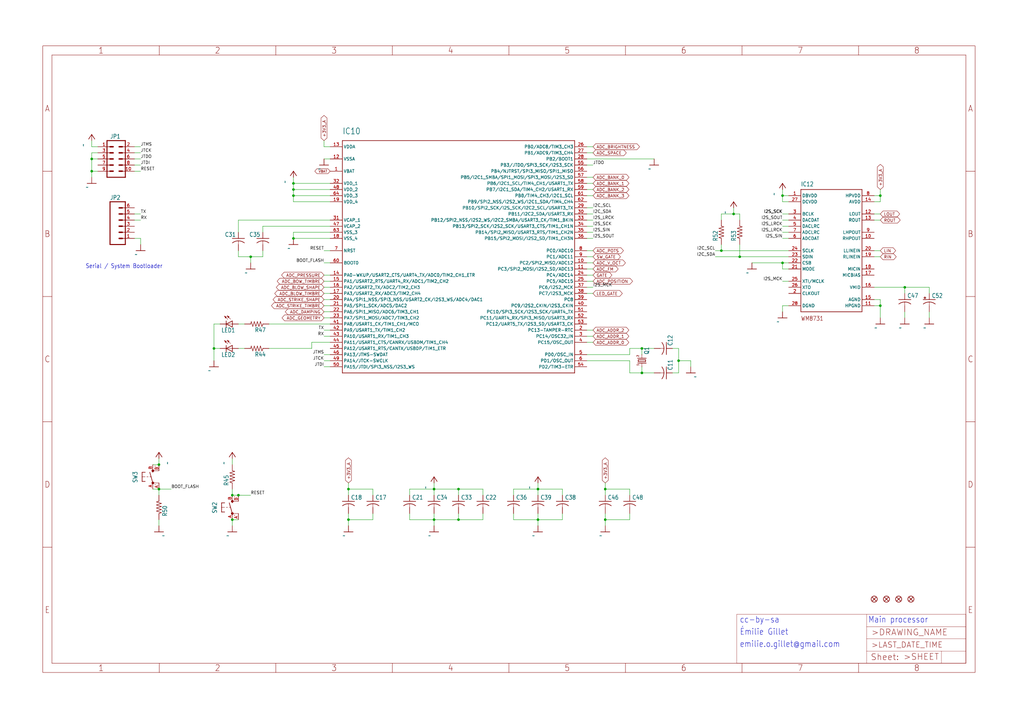
<source format=kicad_sch>
(kicad_sch (version 20211123) (generator eeschema)
  (paper "User" 425.45 299.161)
  (lib_symbols
    (symbol "elements_v02-eagle-import:+3V3" (power)
      (property "Value" "+3V3" (at -2.54 -5.08 90))
      (symbol "+3V3_1_0"
        (pin power_in line (at 0 -2.54 90) (length 2.54) (name "+3V3") (number "1"))
      )
    )
    (symbol "elements_v02-eagle-import:A3L-LOC"
      (symbol "A3L-LOC_0_0"
        (text "1" (at 24.2094 1.905 0) (effects (font (size 2.54 2.286))))
        (text "1" (at 24.2094 258.445 0) (effects (font (size 2.54 2.286))))
        (text "2" (at 72.6281 1.905 0) (effects (font (size 2.54 2.286))))
        (text "2" (at 72.6281 258.445 0) (effects (font (size 2.54 2.286))))
        (text "3" (at 121.0469 1.905 0) (effects (font (size 2.54 2.286))))
        (text "3" (at 121.0469 258.445 0) (effects (font (size 2.54 2.286))))
        (text "4" (at 169.4656 1.905 0) (effects (font (size 2.54 2.286))))
        (text "4" (at 169.4656 258.445 0) (effects (font (size 2.54 2.286))))
        (text "5" (at 217.8844 1.905 0) (effects (font (size 2.54 2.286))))
        (text "5" (at 217.8844 258.445 0) (effects (font (size 2.54 2.286))))
        (text "6" (at 266.3031 1.905 0) (effects (font (size 2.54 2.286))))
        (text "6" (at 266.3031 258.445 0) (effects (font (size 2.54 2.286))))
        (text "7" (at 314.7219 1.905 0) (effects (font (size 2.54 2.286))))
        (text "7" (at 314.7219 258.445 0) (effects (font (size 2.54 2.286))))
        (text "8" (at 363.1406 1.905 0) (effects (font (size 2.54 2.286))))
        (text "8" (at 363.1406 258.445 0) (effects (font (size 2.54 2.286))))
        (text "A" (at 1.905 234.315 0) (effects (font (size 2.54 2.286))))
        (text "A" (at 385.445 234.315 0) (effects (font (size 2.54 2.286))))
        (text "B" (at 1.905 182.245 0) (effects (font (size 2.54 2.286))))
        (text "B" (at 385.445 182.245 0) (effects (font (size 2.54 2.286))))
        (text "C" (at 1.905 130.175 0) (effects (font (size 2.54 2.286))))
        (text "C" (at 385.445 130.175 0) (effects (font (size 2.54 2.286))))
        (text "D" (at 1.905 78.105 0) (effects (font (size 2.54 2.286))))
        (text "D" (at 385.445 78.105 0) (effects (font (size 2.54 2.286))))
        (text "E" (at 1.905 26.035 0) (effects (font (size 2.54 2.286))))
        (text "E" (at 385.445 26.035 0) (effects (font (size 2.54 2.286))))
      )
      (symbol "A3L-LOC_1_0"
        (text ">DRAWING_NAME" (at 344.17 15.24 0) (effects (font (size 2.54 2.54)) (justify left bottom)))
        (text ">LAST_DATE_TIME" (at 344.17 10.16 0) (effects (font (size 2.286 2.286)) (justify left bottom)))
        (text ">SHEET" (at 357.505 5.08 0) (effects (font (size 2.54 2.54)) (justify left bottom)))
        (text "Sheet:" (at 343.916 4.953 0) (effects (font (size 2.54 2.54)) (justify left bottom)))
      )
    )
    (symbol "elements_v02-eagle-import:C-USC0603"
      (property "Reference" "C" (at 1.016 0.635 0))
      (property "Value" "C-USC0603" (at 1.016 -4.191 0))
      (symbol "C-USC0603_1_0"
        (pin passive line (at 0 2.54 270) (length 2.54) (name "1") (number "1"))
        (pin passive line (at 0 -5.08 90) (length 2.54) (name "2") (number "2"))
      )
    )
    (symbol "elements_v02-eagle-import:C-USC0805"
      (property "Reference" "C" (at 1.016 0.635 0))
      (property "Value" "C-USC0805" (at 1.016 -4.191 0))
      (symbol "C-USC0805_1_0"
        (pin passive line (at 0 2.54 270) (length 2.54) (name "1") (number "1"))
        (pin passive line (at 0 -5.08 90) (length 2.54) (name "2") (number "2"))
      )
    )
    (symbol "elements_v02-eagle-import:CPOL-USB"
      (property "Reference" "C" (at 1.016 0.635 0))
      (property "Value" "CPOL-USB" (at 1.016 -4.191 0))
      (symbol "CPOL-USB_1_0"
        (pin passive line (at 0 2.54 270) (length 2.54) (name "+") (number "+"))
        (pin passive line (at 0 -5.08 90) (length 2.54) (name "-") (number "-"))
      )
    )
    (symbol "elements_v02-eagle-import:CRYSTALHC49UP"
      (property "Reference" "Q" (at 2.54 1.016 0))
      (property "Value" "CRYSTALHC49UP" (at 2.54 -2.54 0))
      (symbol "CRYSTALHC49UP_1_0"
        (text "1" (at -2.159 -1.143 0) (effects (font (size 0.8636 0.734)) (justify left bottom)))
        (text "2" (at 1.524 -1.143 0) (effects (font (size 0.8636 0.734)) (justify left bottom)))
        (pin passive line (at -2.54 0 0) (length 0) (name "1") (number "1"))
        (pin passive line (at 2.54 0 180) (length 0) (name "2") (number "2"))
      )
    )
    (symbol "elements_v02-eagle-import:EVQQ2"
      (property "Value" "EVQQ2" (at -3.81 3.175 90))
      (symbol "EVQQ2_1_0"
        (pin passive line (at 0 -5.08 90) (length 2.54) (name "P") (number "A"))
        (pin passive line (at 2.54 -5.08 90) (length 2.54) (name "P1") (number "A'"))
        (pin passive line (at 0 5.08 270) (length 2.54) (name "S") (number "B"))
        (pin passive line (at 2.54 5.08 270) (length 2.54) (name "S1") (number "B'"))
      )
    )
    (symbol "elements_v02-eagle-import:FIDUCIAL1X2")
    (symbol "elements_v02-eagle-import:GND" (power)
      (property "Value" "GND" (at -2.54 -2.54 0))
      (symbol "GND_1_0"
        (pin power_in line (at 0 2.54 270) (length 2.54) (name "GND") (number "1"))
      )
    )
    (symbol "elements_v02-eagle-import:LED5MM"
      (property "Reference" "LED" (at 3.556 -4.572 90))
      (property "Value" "LED5MM" (at 5.715 -4.572 90))
      (symbol "LED5MM_1_0"
        (pin passive line (at 0 2.54 270) (length 2.54) (name "A") (number "A"))
        (pin passive line (at 0 -5.08 90) (length 2.54) (name "C") (number "K"))
      )
    )
    (symbol "elements_v02-eagle-import:M05X2MINIJTAG"
      (property "Reference" "JP" (at -2.54 8.382 0))
      (property "Value" "M05X2MINIJTAG" (at -2.54 -10.16 0))
      (symbol "M05X2MINIJTAG_1_0"
        (pin passive line (at -7.62 5.08 0) (length 5.08) (name "1") (number "1"))
        (pin passive line (at 7.62 -5.08 180) (length 5.08) (name "10") (number "10"))
        (pin passive line (at 7.62 5.08 180) (length 5.08) (name "2") (number "2"))
        (pin passive line (at -7.62 2.54 0) (length 5.08) (name "3") (number "3"))
        (pin passive line (at 7.62 2.54 180) (length 5.08) (name "4") (number "4"))
        (pin passive line (at -7.62 0 0) (length 5.08) (name "5") (number "5"))
        (pin passive line (at 7.62 0 180) (length 5.08) (name "6") (number "6"))
        (pin passive line (at -7.62 -2.54 0) (length 5.08) (name "7") (number "7"))
        (pin passive line (at 7.62 -2.54 180) (length 5.08) (name "8") (number "8"))
        (pin passive line (at -7.62 -5.08 0) (length 5.08) (name "9") (number "9"))
      )
    )
    (symbol "elements_v02-eagle-import:M06SIP"
      (property "Reference" "JP" (at -5.08 10.922 0))
      (property "Value" "M06SIP" (at -5.08 -10.16 0))
      (symbol "M06SIP_1_0"
        (pin passive line (at 5.08 -5.08 180) (length 5.08) (name "1") (number "1"))
        (pin passive line (at 5.08 -2.54 180) (length 5.08) (name "2") (number "2"))
        (pin passive line (at 5.08 0 180) (length 5.08) (name "3") (number "3"))
        (pin passive line (at 5.08 2.54 180) (length 5.08) (name "4") (number "4"))
        (pin passive line (at 5.08 5.08 180) (length 5.08) (name "5") (number "5"))
        (pin passive line (at 5.08 7.62 180) (length 5.08) (name "6") (number "6"))
      )
    )
    (symbol "elements_v02-eagle-import:R-US_R0603"
      (property "Reference" "R" (at -3.81 1.4986 0))
      (property "Value" "R-US_R0603" (at -3.81 -3.302 0))
      (symbol "R-US_R0603_1_0"
        (pin passive line (at -5.08 0 0) (length 2.54) (name "1") (number "1"))
        (pin passive line (at 5.08 0 180) (length 2.54) (name "2") (number "2"))
      )
    )
    (symbol "elements_v02-eagle-import:STM32F20X"
      (property "Reference" "UC" (at -48.26 50.8 0))
      (property "Value" "STM32F20X" (at -48.26 -53.34 0))
      (symbol "STM32F20X_1_0"
        (pin power_in line (at -53.34 35.56 0) (length 5.08) (name "VBAT") (number "1"))
        (pin bidirectional line (at 53.34 -2.54 180) (length 5.08) (name "PC2/SPI2_MISO/ADC12") (number "10"))
        (pin bidirectional line (at 53.34 -5.08 180) (length 5.08) (name "PC3/SPI2_MOSI/I2S2_SD/ADC13") (number "11"))
        (pin power_in line (at -53.34 40.64 0) (length 5.08) (name "VSSA") (number "12"))
        (pin power_in line (at -53.34 45.72 0) (length 5.08) (name "VDDA") (number "13"))
        (pin bidirectional line (at -53.34 -7.62 0) (length 5.08) (name "PA0-WKUP/USART2_CTS/UART4_TX/ADC0/TIM2_CH1_ETR") (number "14"))
        (pin bidirectional line (at -53.34 -10.16 0) (length 5.08) (name "PA1/USART2_RTS/UART4_RX/ADC1/TIM2_CH2") (number "15"))
        (pin bidirectional line (at -53.34 -12.7 0) (length 5.08) (name "PA2/USART2_TX/ADC2/TIM2_CH3") (number "16"))
        (pin bidirectional line (at -53.34 -15.24 0) (length 5.08) (name "PA3/USART2_RX/ADC3/TIM2_CH4") (number "17"))
        (pin power_in line (at -53.34 7.62 0) (length 5.08) (name "VSS_4") (number "18"))
        (pin power_in line (at -53.34 22.86 0) (length 5.08) (name "VDD_4") (number "19"))
        (pin bidirectional line (at 53.34 -30.48 180) (length 5.08) (name "PC13-TAMPER-RTC") (number "2"))
        (pin bidirectional line (at -53.34 -17.78 0) (length 5.08) (name "PA4/SPI1_NSS/SPI3_NSS/USART2_CK/I2S3_WS/ADC4/DAC1") (number "20"))
        (pin bidirectional line (at -53.34 -20.32 0) (length 5.08) (name "PA5/SPI1_SCK/ADC5/DAC2") (number "21"))
        (pin bidirectional line (at -53.34 -22.86 0) (length 5.08) (name "PA6/SPI1_MISO/ADC6/TIM3_CH1") (number "22"))
        (pin bidirectional line (at -53.34 -25.4 0) (length 5.08) (name "PA7/SPI1_MOSI/ADC7/TIM3_CH2") (number "23"))
        (pin bidirectional line (at 53.34 -7.62 180) (length 5.08) (name "PC4/ADC14") (number "24"))
        (pin bidirectional line (at 53.34 -10.16 180) (length 5.08) (name "PC5/ADC15") (number "25"))
        (pin bidirectional line (at 53.34 45.72 180) (length 5.08) (name "PB0/ADC8/TIM3_CH3") (number "26"))
        (pin bidirectional line (at 53.34 43.18 180) (length 5.08) (name "PB1/ADC9/TIM3_CH4") (number "27"))
        (pin bidirectional line (at 53.34 40.64 180) (length 5.08) (name "PB2/BOOT1") (number "28"))
        (pin bidirectional line (at 53.34 20.32 180) (length 5.08) (name "PB10/SPI2_SCK/I2S_SCK/I2C2_SCL/USART3_TX") (number "29"))
        (pin bidirectional line (at 53.34 -33.02 180) (length 5.08) (name "PC14/OSC32_IN") (number "3"))
        (pin bidirectional line (at 53.34 17.78 180) (length 5.08) (name "PB11/I2C2_SDA/USART3_RX") (number "30"))
        (pin power_in line (at -53.34 15.24 0) (length 5.08) (name "VCAP_1") (number "31"))
        (pin power_in line (at -53.34 30.48 0) (length 5.08) (name "VDD_1") (number "32"))
        (pin bidirectional line (at 53.34 15.24 180) (length 5.08) (name "PB12/SPI2_NSS/I2S2_WS/I2C2_SMBA/USART3_CK/TIM1_BKIN") (number "33"))
        (pin bidirectional line (at 53.34 12.7 180) (length 5.08) (name "PB13/SPI2_SCK/I2S2_SCK/USART3_CTS/TIM1_CH1N") (number "34"))
        (pin bidirectional line (at 53.34 10.16 180) (length 5.08) (name "PB14/SPI2_MISO/USART3_RTS/TIM1_CH2N") (number "35"))
        (pin bidirectional line (at 53.34 7.62 180) (length 5.08) (name "PB15/SPI2_MOSI/I2S2_SD/TIM1_CH3N") (number "36"))
        (pin bidirectional line (at 53.34 -12.7 180) (length 5.08) (name "PC6/I2S2_MCK") (number "37"))
        (pin bidirectional line (at 53.34 -15.24 180) (length 5.08) (name "PC7/I2S3_MCK") (number "38"))
        (pin bidirectional line (at 53.34 -17.78 180) (length 5.08) (name "PC8") (number "39"))
        (pin bidirectional line (at 53.34 -35.56 180) (length 5.08) (name "PC15/OSC_OUT") (number "4"))
        (pin bidirectional line (at 53.34 -20.32 180) (length 5.08) (name "PC9/I2S2_CKIN/I2S3_CKIN") (number "40"))
        (pin bidirectional line (at -53.34 -27.94 0) (length 5.08) (name "PA8/USART1_CK/TIM1_CH1/MCO") (number "41"))
        (pin bidirectional line (at -53.34 -30.48 0) (length 5.08) (name "PA9/USART1_TX/TIM1_CH2") (number "42"))
        (pin bidirectional line (at -53.34 -33.02 0) (length 5.08) (name "PA10/USART1_RX/TIM1_CH3") (number "43"))
        (pin bidirectional line (at -53.34 -35.56 0) (length 5.08) (name "PA11/USART1_CTS/CANRX/USBDM/TIM1_CH4") (number "44"))
        (pin bidirectional line (at -53.34 -38.1 0) (length 5.08) (name "PA12/USART1_RTS/CANTX/USBDP/TIM1_ETR") (number "45"))
        (pin bidirectional line (at -53.34 -40.64 0) (length 5.08) (name "PA13/JTMS-SWDAT") (number "46"))
        (pin power_in line (at -53.34 12.7 0) (length 5.08) (name "VCAP_2") (number "47"))
        (pin power_in line (at -53.34 27.94 0) (length 5.08) (name "VDD_2") (number "48"))
        (pin bidirectional line (at -53.34 -43.18 0) (length 5.08) (name "PA14/JTCK-SWCLK") (number "49"))
        (pin bidirectional line (at 53.34 -40.64 180) (length 5.08) (name "PD0/OSC_IN") (number "5"))
        (pin bidirectional line (at -53.34 -45.72 0) (length 5.08) (name "PA15/JTDI/SPI3_NSS/I2S3_WS") (number "50"))
        (pin bidirectional line (at 53.34 -22.86 180) (length 5.08) (name "PC10/SPI3_SCK/I2S3_SCK/UART4_TX") (number "51"))
        (pin bidirectional line (at 53.34 -25.4 180) (length 5.08) (name "PC11/UART4_RX/SPI3_MISO/USART3_RX") (number "52"))
        (pin bidirectional line (at 53.34 -27.94 180) (length 5.08) (name "PC12/UART5_TX/I2S3_SD/USART3_CK") (number "53"))
        (pin bidirectional line (at 53.34 -45.72 180) (length 5.08) (name "PD2/TIM3-ETR") (number "54"))
        (pin bidirectional line (at 53.34 38.1 180) (length 5.08) (name "PB3/JTDO/SPI3_SCK/I2S3_SCK") (number "55"))
        (pin bidirectional line (at 53.34 35.56 180) (length 5.08) (name "PB4/NJTRST/SPI3_MISO/SPI1_MISO") (number "56"))
        (pin bidirectional line (at 53.34 33.02 180) (length 5.08) (name "PB5/I2C1_SMBA/SPI1_MOSI/SPI3_MOSI/I2S3_SD") (number "57"))
        (pin bidirectional line (at 53.34 30.48 180) (length 5.08) (name "PB6/I2C1_SCL/TIM4_CH1/USART1_TX") (number "58"))
        (pin bidirectional line (at 53.34 27.94 180) (length 5.08) (name "PB7/I2C1_SDA/TIM4_CH2/USART1_RX") (number "59"))
        (pin bidirectional line (at 53.34 -43.18 180) (length 5.08) (name "PD1/OSC_OUT") (number "6"))
        (pin bidirectional line (at -53.34 -2.54 0) (length 5.08) (name "BOOT0") (number "60"))
        (pin bidirectional line (at 53.34 25.4 180) (length 5.08) (name "PB8/TIM4_CH3/I2C1_SCL") (number "61"))
        (pin bidirectional line (at 53.34 22.86 180) (length 5.08) (name "PB9/SPI2_NSS/I2S2_WS/I2C1_SDA/TIM4_CH4") (number "62"))
        (pin power_in line (at -53.34 10.16 0) (length 5.08) (name "VSS_3") (number "63"))
        (pin power_in line (at -53.34 25.4 0) (length 5.08) (name "VDD_3") (number "64"))
        (pin bidirectional line (at -53.34 2.54 0) (length 5.08) (name "NRST") (number "7"))
        (pin bidirectional line (at 53.34 2.54 180) (length 5.08) (name "PC0/ADC10") (number "8"))
        (pin bidirectional line (at 53.34 0 180) (length 5.08) (name "PC1/ADC11") (number "9"))
      )
    )
    (symbol "elements_v02-eagle-import:WM8731"
      (property "Reference" "U" (at -12.7 26.67 0))
      (symbol "WM8731_1_0"
        (text "WM8731" (at -12.7 -29.21 0) (effects (font (size 1.778 1.5113)) (justify left bottom)))
        (pin bidirectional line (at -17.78 22.86 0) (length 5.08) (name "DBVDD") (number "1"))
        (pin bidirectional line (at 17.78 5.08 180) (length 5.08) (name "RHPOUT") (number "10"))
        (pin bidirectional line (at 17.78 -22.86 180) (length 5.08) (name "HPGND") (number "11"))
        (pin bidirectional line (at 17.78 15.24 180) (length 5.08) (name "LOUT") (number "12"))
        (pin bidirectional line (at 17.78 12.7 180) (length 5.08) (name "ROUT") (number "13"))
        (pin bidirectional line (at 17.78 20.32 180) (length 5.08) (name "AVDD") (number "14"))
        (pin bidirectional line (at 17.78 -20.32 180) (length 5.08) (name "AGND") (number "15"))
        (pin bidirectional line (at 17.78 -15.24 180) (length 5.08) (name "VMID") (number "16"))
        (pin bidirectional line (at 17.78 -10.16 180) (length 5.08) (name "MICBIAS") (number "17"))
        (pin bidirectional line (at 17.78 -7.62 180) (length 5.08) (name "MICIN") (number "18"))
        (pin bidirectional line (at 17.78 -2.54 180) (length 5.08) (name "RLINEIN") (number "19"))
        (pin bidirectional line (at -17.78 -17.78 0) (length 5.08) (name "CLKOUT") (number "2"))
        (pin bidirectional line (at 17.78 0 180) (length 5.08) (name "LLINEIN") (number "20"))
        (pin bidirectional line (at -17.78 -7.62 0) (length 5.08) (name "MODE") (number "21"))
        (pin bidirectional line (at -17.78 -5.08 0) (length 5.08) (name "CSB") (number "22"))
        (pin bidirectional line (at -17.78 -2.54 0) (length 5.08) (name "SDIN") (number "23"))
        (pin bidirectional line (at -17.78 0 0) (length 5.08) (name "SCLK") (number "24"))
        (pin bidirectional line (at -17.78 -12.7 0) (length 5.08) (name "XTI/MCLK") (number "25"))
        (pin bidirectional line (at -17.78 -15.24 0) (length 5.08) (name "XTO") (number "26"))
        (pin bidirectional line (at -17.78 20.32 0) (length 5.08) (name "DCVDD") (number "27"))
        (pin bidirectional line (at -17.78 -22.86 0) (length 5.08) (name "DGND") (number "28"))
        (pin bidirectional line (at -17.78 15.24 0) (length 5.08) (name "BCLK") (number "3"))
        (pin bidirectional line (at -17.78 12.7 0) (length 5.08) (name "DACDAT") (number "4"))
        (pin bidirectional line (at -17.78 10.16 0) (length 5.08) (name "DACLRC") (number "5"))
        (pin bidirectional line (at -17.78 5.08 0) (length 5.08) (name "ADCDAT") (number "6"))
        (pin bidirectional line (at -17.78 7.62 0) (length 5.08) (name "ADCLRC") (number "7"))
        (pin bidirectional line (at 17.78 22.86 180) (length 5.08) (name "HPVDD") (number "8"))
        (pin bidirectional line (at 17.78 7.62 180) (length 5.08) (name "LHPOUT") (number "9"))
      )
    )
  )
  (junction (at 304.8 88.9))
  (junction (at 299.72 104.14))
  (junction (at 266.7 154.94))
  (junction (at 88.9 144.78))
  (junction (at 325.12 81.28))
  (junction (at 38.1 66.04))
  (junction (at 266.7 144.78))
  (junction (at 96.52 205.74))
  (junction (at 190.5 203.2))
  (junction (at 325.12 109.22))
  (junction (at 180.34 215.9))
  (junction (at 99.06 205.74))
  (junction (at 121.92 99.06))
  (junction (at 190.5 215.9))
  (junction (at 121.92 78.74))
  (junction (at 251.46 215.9))
  (junction (at 307.34 106.68))
  (junction (at 375.92 119.38))
  (junction (at 180.34 203.2))
  (junction (at 365.76 127))
  (junction (at 144.78 215.9))
  (junction (at 104.14 106.68))
  (junction (at 121.92 76.2))
  (junction (at 66.04 203.2))
  (junction (at 121.92 81.28))
  (junction (at 281.94 149.86))
  (junction (at 251.46 203.2))
  (junction (at 223.52 203.2))
  (junction (at 96.52 215.9))
  (junction (at 223.52 215.9))
  (junction (at 365.76 81.28))
  (junction (at 144.78 203.2))
  (junction (at 38.1 71.12))
  (junction (at 66.04 193.04))
  (wire (pts (xy 109.22 93.98) (xy 137.16 93.98)))
  (wire (pts (xy 137.16 60.96) (xy 134.62 60.96)))
  (wire (pts (xy 243.84 73.66) (xy 246.38 73.66)))
  (wire (pts (xy 261.62 149.86) (xy 243.84 149.86)))
  (wire (pts (xy 40.64 66.04) (xy 38.1 66.04)))
  (wire (pts (xy 363.22 83.82) (xy 365.76 83.82)))
  (wire (pts (xy 307.34 106.68) (xy 297.18 106.68)))
  (wire (pts (xy 251.46 213.36) (xy 251.46 215.9)))
  (wire (pts (xy 281.94 149.86) (xy 287.02 149.86)))
  (wire (pts (xy 96.52 203.2) (xy 96.52 205.74)))
  (wire (pts (xy 180.34 215.9) (xy 190.5 215.9)))
  (wire (pts (xy 325.12 91.44) (xy 327.66 91.44)))
  (wire (pts (xy 137.16 66.04) (xy 134.62 66.04)))
  (wire (pts (xy 137.16 152.4) (xy 134.62 152.4)))
  (wire (pts (xy 137.16 114.3) (xy 134.62 114.3)))
  (wire (pts (xy 137.16 104.14) (xy 134.62 104.14)))
  (wire (pts (xy 233.68 215.9) (xy 233.68 213.36)))
  (wire (pts (xy 88.9 134.62) (xy 88.9 144.78)))
  (wire (pts (xy 137.16 124.46) (xy 134.62 124.46)))
  (wire (pts (xy 96.52 215.9) (xy 99.06 215.9)))
  (wire (pts (xy 190.5 215.9) (xy 200.66 215.9)))
  (wire (pts (xy 99.06 205.74) (xy 104.14 205.74)))
  (wire (pts (xy 170.18 203.2) (xy 180.34 203.2)))
  (wire (pts (xy 154.94 215.9) (xy 154.94 213.36)))
  (wire (pts (xy 243.84 68.58) (xy 246.38 68.58)))
  (wire (pts (xy 223.52 215.9) (xy 233.68 215.9)))
  (wire (pts (xy 243.84 139.7) (xy 246.38 139.7)))
  (wire (pts (xy 170.18 205.74) (xy 170.18 203.2)))
  (wire (pts (xy 137.16 76.2) (xy 121.92 76.2)))
  (wire (pts (xy 251.46 215.9) (xy 261.62 215.9)))
  (wire (pts (xy 223.52 215.9) (xy 223.52 218.44)))
  (wire (pts (xy 55.88 60.96) (xy 58.42 60.96)))
  (wire (pts (xy 243.84 137.16) (xy 246.38 137.16)))
  (wire (pts (xy 386.08 129.54) (xy 386.08 132.08)))
  (wire (pts (xy 111.76 144.78) (xy 129.54 144.78)))
  (wire (pts (xy 55.88 71.12) (xy 58.42 71.12)))
  (wire (pts (xy 243.84 88.9) (xy 246.38 88.9)))
  (wire (pts (xy 261.62 203.2) (xy 261.62 205.74)))
  (wire (pts (xy 251.46 203.2) (xy 261.62 203.2)))
  (wire (pts (xy 134.62 60.96) (xy 134.62 58.42)))
  (wire (pts (xy 121.92 83.82) (xy 137.16 83.82)))
  (wire (pts (xy 129.54 144.78) (xy 129.54 142.24)))
  (wire (pts (xy 251.46 203.2) (xy 251.46 200.66)))
  (wire (pts (xy 190.5 203.2) (xy 200.66 203.2)))
  (wire (pts (xy 63.5 193.04) (xy 66.04 193.04)))
  (wire (pts (xy 137.16 149.86) (xy 134.62 149.86)))
  (wire (pts (xy 243.84 109.22) (xy 246.38 109.22)))
  (wire (pts (xy 104.14 106.68) (xy 109.22 106.68)))
  (wire (pts (xy 121.92 96.52) (xy 121.92 99.06)))
  (wire (pts (xy 144.78 203.2) (xy 144.78 205.74)))
  (wire (pts (xy 299.72 104.14) (xy 327.66 104.14)))
  (wire (pts (xy 243.84 111.76) (xy 246.38 111.76)))
  (wire (pts (xy 200.66 215.9) (xy 200.66 213.36)))
  (wire (pts (xy 287.02 149.86) (xy 287.02 152.4)))
  (wire (pts (xy 137.16 129.54) (xy 134.62 129.54)))
  (wire (pts (xy 243.84 78.74) (xy 246.38 78.74)))
  (wire (pts (xy 99.06 96.52) (xy 99.06 91.44)))
  (wire (pts (xy 40.64 60.96) (xy 38.1 60.96)))
  (wire (pts (xy 261.62 215.9) (xy 261.62 213.36)))
  (wire (pts (xy 243.84 147.32) (xy 261.62 147.32)))
  (wire (pts (xy 99.06 106.68) (xy 104.14 106.68)))
  (wire (pts (xy 99.06 91.44) (xy 137.16 91.44)))
  (wire (pts (xy 327.66 106.68) (xy 307.34 106.68)))
  (wire (pts (xy 121.92 78.74) (xy 137.16 78.74)))
  (wire (pts (xy 363.22 81.28) (xy 365.76 81.28)))
  (wire (pts (xy 63.5 203.2) (xy 66.04 203.2)))
  (wire (pts (xy 121.92 76.2) (xy 121.92 78.74)))
  (wire (pts (xy 104.14 109.22) (xy 104.14 106.68)))
  (wire (pts (xy 363.22 106.68) (xy 365.76 106.68)))
  (wire (pts (xy 170.18 215.9) (xy 180.34 215.9)))
  (wire (pts (xy 243.84 76.2) (xy 246.38 76.2)))
  (wire (pts (xy 180.34 218.44) (xy 180.34 215.9)))
  (wire (pts (xy 38.1 66.04) (xy 38.1 71.12)))
  (wire (pts (xy 134.62 121.92) (xy 137.16 121.92)))
  (wire (pts (xy 281.94 154.94) (xy 279.4 154.94)))
  (wire (pts (xy 91.44 144.78) (xy 88.9 144.78)))
  (wire (pts (xy 137.16 134.62) (xy 111.76 134.62)))
  (wire (pts (xy 223.52 200.66) (xy 223.52 203.2)))
  (wire (pts (xy 325.12 93.98) (xy 327.66 93.98)))
  (wire (pts (xy 325.12 83.82) (xy 325.12 81.28)))
  (wire (pts (xy 137.16 132.08) (xy 134.62 132.08)))
  (wire (pts (xy 266.7 154.94) (xy 261.62 154.94)))
  (wire (pts (xy 137.16 137.16) (xy 134.62 137.16)))
  (wire (pts (xy 325.12 99.06) (xy 327.66 99.06)))
  (wire (pts (xy 243.84 106.68) (xy 246.38 106.68)))
  (wire (pts (xy 261.62 144.78) (xy 266.7 144.78)))
  (wire (pts (xy 281.94 149.86) (xy 281.94 154.94)))
  (wire (pts (xy 223.52 213.36) (xy 223.52 215.9)))
  (wire (pts (xy 55.88 91.44) (xy 58.42 91.44)))
  (wire (pts (xy 66.04 190.5) (xy 66.04 193.04)))
  (wire (pts (xy 243.84 66.04) (xy 271.78 66.04)))
  (wire (pts (xy 327.66 81.28) (xy 325.12 81.28)))
  (wire (pts (xy 213.36 203.2) (xy 223.52 203.2)))
  (wire (pts (xy 38.1 60.96) (xy 38.1 58.42)))
  (wire (pts (xy 38.1 63.5) (xy 38.1 66.04)))
  (wire (pts (xy 271.78 144.78) (xy 266.7 144.78)))
  (wire (pts (xy 327.66 116.84) (xy 325.12 116.84)))
  (wire (pts (xy 325.12 81.28) (xy 325.12 78.74)))
  (wire (pts (xy 325.12 111.76) (xy 327.66 111.76)))
  (wire (pts (xy 266.7 144.78) (xy 266.7 147.32)))
  (wire (pts (xy 233.68 205.74) (xy 233.68 203.2)))
  (wire (pts (xy 121.92 76.2) (xy 121.92 73.66)))
  (wire (pts (xy 243.84 93.98) (xy 246.38 93.98)))
  (wire (pts (xy 40.64 71.12) (xy 38.1 71.12)))
  (wire (pts (xy 109.22 104.14) (xy 109.22 106.68)))
  (wire (pts (xy 55.88 68.58) (xy 58.42 68.58)))
  (wire (pts (xy 180.34 213.36) (xy 180.34 215.9)))
  (wire (pts (xy 386.08 119.38) (xy 386.08 121.92)))
  (wire (pts (xy 365.76 83.82) (xy 365.76 81.28)))
  (wire (pts (xy 325.12 109.22) (xy 325.12 111.76)))
  (wire (pts (xy 180.34 203.2) (xy 180.34 200.66)))
  (wire (pts (xy 137.16 96.52) (xy 121.92 96.52)))
  (wire (pts (xy 266.7 154.94) (xy 266.7 152.4)))
  (wire (pts (xy 279.4 144.78) (xy 281.94 144.78)))
  (wire (pts (xy 243.84 114.3) (xy 246.38 114.3)))
  (wire (pts (xy 109.22 96.52) (xy 109.22 93.98)))
  (wire (pts (xy 375.92 129.54) (xy 375.92 132.08)))
  (wire (pts (xy 299.72 101.6) (xy 299.72 104.14)))
  (wire (pts (xy 91.44 134.62) (xy 88.9 134.62)))
  (wire (pts (xy 223.52 203.2) (xy 223.52 205.74)))
  (wire (pts (xy 297.18 104.14) (xy 299.72 104.14)))
  (wire (pts (xy 66.04 203.2) (xy 71.12 203.2)))
  (wire (pts (xy 96.52 190.5) (xy 96.52 193.04)))
  (wire (pts (xy 261.62 154.94) (xy 261.62 149.86)))
  (wire (pts (xy 190.5 203.2) (xy 190.5 205.74)))
  (wire (pts (xy 170.18 213.36) (xy 170.18 215.9)))
  (wire (pts (xy 363.22 88.9) (xy 365.76 88.9)))
  (wire (pts (xy 137.16 99.06) (xy 121.92 99.06)))
  (wire (pts (xy 101.6 134.62) (xy 99.06 134.62)))
  (wire (pts (xy 251.46 205.74) (xy 251.46 203.2)))
  (wire (pts (xy 213.36 205.74) (xy 213.36 203.2)))
  (wire (pts (xy 38.1 71.12) (xy 38.1 73.66)))
  (wire (pts (xy 327.66 127) (xy 325.12 127)))
  (wire (pts (xy 40.64 63.5) (xy 38.1 63.5)))
  (wire (pts (xy 327.66 88.9) (xy 325.12 88.9)))
  (wire (pts (xy 363.22 119.38) (xy 375.92 119.38)))
  (wire (pts (xy 137.16 119.38) (xy 134.62 119.38)))
  (wire (pts (xy 55.88 88.9) (xy 58.42 88.9)))
  (wire (pts (xy 365.76 124.46) (xy 365.76 127)))
  (wire (pts (xy 281.94 144.78) (xy 281.94 149.86)))
  (wire (pts (xy 137.16 147.32) (xy 134.62 147.32)))
  (wire (pts (xy 88.9 144.78) (xy 88.9 149.86)))
  (wire (pts (xy 66.04 205.74) (xy 66.04 203.2)))
  (wire (pts (xy 327.66 109.22) (xy 325.12 109.22)))
  (wire (pts (xy 243.84 86.36) (xy 246.38 86.36)))
  (wire (pts (xy 200.66 203.2) (xy 200.66 205.74)))
  (wire (pts (xy 180.34 203.2) (xy 190.5 203.2)))
  (wire (pts (xy 307.34 91.44) (xy 307.34 88.9)))
  (wire (pts (xy 363.22 127) (xy 365.76 127)))
  (wire (pts (xy 55.88 99.06) (xy 58.42 99.06)))
  (wire (pts (xy 243.84 96.52) (xy 246.38 96.52)))
  (wire (pts (xy 129.54 142.24) (xy 137.16 142.24)))
  (wire (pts (xy 96.52 205.74) (xy 99.06 205.74)))
  (wire (pts (xy 96.52 215.9) (xy 96.52 218.44)))
  (wire (pts (xy 144.78 215.9) (xy 144.78 218.44)))
  (wire (pts (xy 365.76 81.28) (xy 365.76 78.74)))
  (wire (pts (xy 325.12 127) (xy 325.12 129.54)))
  (wire (pts (xy 55.88 66.04) (xy 58.42 66.04)))
  (wire (pts (xy 243.84 104.14) (xy 246.38 104.14)))
  (wire (pts (xy 58.42 99.06) (xy 58.42 101.6)))
  (wire (pts (xy 121.92 81.28) (xy 137.16 81.28)))
  (wire (pts (xy 121.92 81.28) (xy 121.92 83.82)))
  (wire (pts (xy 307.34 88.9) (xy 304.8 88.9)))
  (wire (pts (xy 304.8 88.9) (xy 299.72 88.9)))
  (wire (pts (xy 251.46 215.9) (xy 251.46 218.44)))
  (wire (pts (xy 307.34 101.6) (xy 307.34 106.68)))
  (wire (pts (xy 304.8 88.9) (xy 304.8 86.36)))
  (wire (pts (xy 154.94 203.2) (xy 154.94 205.74)))
  (wire (pts (xy 213.36 215.9) (xy 223.52 215.9)))
  (wire (pts (xy 180.34 205.74) (xy 180.34 203.2)))
  (wire (pts (xy 99.06 104.14) (xy 99.06 106.68)))
  (wire (pts (xy 243.84 119.38) (xy 246.38 119.38)))
  (wire (pts (xy 243.84 63.5) (xy 246.38 63.5)))
  (wire (pts (xy 137.16 109.22) (xy 134.62 109.22)))
  (wire (pts (xy 190.5 215.9) (xy 190.5 213.36)))
  (wire (pts (xy 271.78 154.94) (xy 266.7 154.94)))
  (wire (pts (xy 325.12 109.22) (xy 312.42 109.22)))
  (wire (pts (xy 299.72 91.44) (xy 299.72 88.9)))
  (wire (pts (xy 243.84 99.06) (xy 246.38 99.06)))
  (wire (pts (xy 375.92 119.38) (xy 386.08 119.38)))
  (wire (pts (xy 121.92 78.74) (xy 121.92 81.28)))
  (wire (pts (xy 66.04 215.9) (xy 66.04 218.44)))
  (wire (pts (xy 213.36 213.36) (xy 213.36 215.9)))
  (wire (pts (xy 137.16 139.7) (xy 134.62 139.7)))
  (wire (pts (xy 243.84 91.44) (xy 246.38 91.44)))
  (wire (pts (xy 243.84 142.24) (xy 246.38 142.24)))
  (wire (pts (xy 137.16 127) (xy 134.62 127)))
  (wire (pts (xy 55.88 63.5) (xy 58.42 63.5)))
  (wire (pts (xy 101.6 144.78) (xy 99.06 144.78)))
  (wire (pts (xy 261.62 147.32) (xy 261.62 144.78)))
  (wire (pts (xy 144.78 203.2) (xy 154.94 203.2)))
  (wire (pts (xy 375.92 119.38) (xy 375.92 121.92)))
  (wire (pts (xy 243.84 116.84) (xy 246.38 116.84)))
  (wire (pts (xy 144.78 213.36) (xy 144.78 215.9)))
  (wire (pts (xy 243.84 81.28) (xy 246.38 81.28)))
  (wire (pts (xy 223.52 203.2) (xy 233.68 203.2)))
  (wire (pts (xy 144.78 215.9) (xy 154.94 215.9)))
  (wire (pts (xy 137.16 116.84) (xy 134.62 116.84)))
  (wire (pts (xy 325.12 96.52) (xy 327.66 96.52)))
  (wire (pts (xy 363.22 124.46) (xy 365.76 124.46)))
  (wire (pts (xy 365.76 127) (xy 365.76 132.08)))
  (wire (pts (xy 243.84 121.92) (xy 246.38 121.92)))
  (wire (pts (xy 144.78 200.66) (xy 144.78 203.2)))
  (wire (pts (xy 243.84 60.96) (xy 246.38 60.96)))
  (wire (pts (xy 363.22 104.14) (xy 365.76 104.14)))
  (wire (pts (xy 363.22 91.44) (xy 365.76 91.44)))
  (wire (pts (xy 327.66 83.82) (xy 325.12 83.82)))
  (text "Émilie Gillet" (at 307.34 264.16 180) (effects (font (size 2.54 2.159)) (justify left bottom)))
  (text "cc-by-sa" (at 307.34 259.08 180) (effects (font (size 2.54 2.159)) (justify left bottom)))
  (text "Main processor" (at 360.68 259.08 180) (effects (font (size 2.54 2.159)) (justify left bottom)))
  (text "emilie.o.gillet@gmail.com" (at 307.34 269.24 180) (effects (font (size 2.54 2.159)) (justify left bottom)))
  (text "Serial / System Bootloader" (at 35.56 111.76 180) (effects (font (size 1.778 1.5113)) (justify left bottom)))
  (label "JTDO" (at 58.42 66.04 0) (effects (font (size 1.2446 1.2446))))
  (label "TX" (at 134.62 137.16 180) (effects (font (size 1.2446 1.2446))))
  (label "JTCK" (at 58.42 63.5 0) (effects (font (size 1.2446 1.2446))))
  (label "RESET" (at 134.62 104.14 180) (effects (font (size 1.2446 1.2446))))
  (label "BOOT_FLASH" (at 71.12 203.2 0) (effects (font (size 1.2446 1.2446))))
  (label "I2S_LRCK" (at 325.12 96.52 180) (effects (font (size 1.2446 1.2446))))
  (label "I2S_SOUT" (at 325.12 91.44 180) (effects (font (size 1.2446 1.2446))))
  (label "I2C_SCL" (at 246.38 86.36 0) (effects (font (size 1.2446 1.2446))))
  (label "BOOT_FLASH" (at 134.62 109.22 180) (effects (font (size 1.2446 1.2446))))
  (label "I2C_SDA" (at 246.38 88.9 0) (effects (font (size 1.2446 1.2446))))
  (label "RESET" (at 58.42 71.12 0) (effects (font (size 1.2446 1.2446))))
  (label "I2S_LRCK" (at 246.38 91.44 0) (effects (font (size 1.2446 1.2446))))
  (label "I2S_SIN" (at 325.12 99.06 180) (effects (font (size 1.2446 1.2446))))
  (label "I2C_SCL" (at 297.18 104.14 180) (effects (font (size 1.2446 1.2446))))
  (label "RX" (at 134.62 139.7 180) (effects (font (size 1.2446 1.2446))))
  (label "I2S_MCK" (at 325.12 116.84 180) (effects (font (size 1.2446 1.2446))))
  (label "I2S_SCK" (at 246.38 93.98 0) (effects (font (size 1.2446 1.2446))))
  (label "I2S_SOUT" (at 246.38 99.06 0) (effects (font (size 1.2446 1.2446))))
  (label "TX" (at 58.42 88.9 0) (effects (font (size 1.2446 1.2446))))
  (label "I2S_SCK" (at 325.12 88.9 180) (effects (font (size 1.2446 1.2446))))
  (label "JTMS" (at 134.62 147.32 180) (effects (font (size 1.2446 1.2446))))
  (label "I2S_LRCK" (at 325.12 93.98 180) (effects (font (size 1.2446 1.2446))))
  (label "I2S_SCK" (at 325.12 88.9 180) (effects (font (size 1.2446 1.2446))))
  (label "I2C_SDA" (at 297.18 106.68 180) (effects (font (size 1.2446 1.2446))))
  (label "JTDO" (at 246.38 68.58 0) (effects (font (size 1.2446 1.2446))))
  (label "RESET" (at 104.14 205.74 0) (effects (font (size 1.2446 1.2446))))
  (label "JTDI" (at 134.62 152.4 180) (effects (font (size 1.2446 1.2446))))
  (label "JTCK" (at 134.62 149.86 180) (effects (font (size 1.2446 1.2446))))
  (label "RX" (at 58.42 91.44 0) (effects (font (size 1.2446 1.2446))))
  (label "JTDI" (at 58.42 68.58 0) (effects (font (size 1.2446 1.2446))))
  (label "I2S_MCK" (at 246.38 119.38 0) (effects (font (size 1.2446 1.2446))))
  (label "JTMS" (at 58.42 60.96 0) (effects (font (size 1.2446 1.2446))))
  (label "I2S_SIN" (at 246.38 96.52 0) (effects (font (size 1.2446 1.2446))))
  (global_label "LIN" (shape bidirectional) (at 365.76 104.14 0) (effects (font (size 1.2446 1.2446))) (property "Intersheet References" "${INTERSHEET_REFS}" (effects hide)))
  (global_label "RIN" (shape bidirectional) (at 365.76 106.68 0) (effects (font (size 1.2446 1.2446))) (property "Intersheet References" "${INTERSHEET_REFS}" (effects hide)))
  (global_label "GATE" (shape bidirectional) (at 246.38 114.3 0) (effects (font (size 1.2446 1.2446))) (property "Intersheet References" "${INTERSHEET_REFS}" (effects hide)))
  (global_label "+3V3_A" (shape bidirectional) (at 365.76 78.74 90) (effects (font (size 1.2446 1.2446))) (property "Intersheet References" "${INTERSHEET_REFS}" (effects hide)))
  (global_label "+3V3_A" (shape bidirectional) (at 134.62 58.42 90) (effects (font (size 1.2446 1.2446))) (property "Intersheet References" "${INTERSHEET_REFS}" (effects hide)))
  (global_label "ADC_BANK_1" (shape bidirectional) (at 246.38 76.2 0) (effects (font (size 1.2446 1.2446))) (property "Intersheet References" "${INTERSHEET_REFS}" (effects hide)))
  (global_label "VBAT" (shape bidirectional) (at 137.16 71.12 180) (effects (font (size 1.016 1.016))) (property "Intersheet References" "${INTERSHEET_REFS}" (effects hide)))
  (global_label "ADC_STRIKE_SHAPE" (shape bidirectional) (at 134.62 124.46 180) (effects (font (size 1.2446 1.2446))) (property "Intersheet References" "${INTERSHEET_REFS}" (effects hide)))
  (global_label "LOUT" (shape bidirectional) (at 365.76 88.9 0) (effects (font (size 1.2446 1.2446))) (property "Intersheet References" "${INTERSHEET_REFS}" (effects hide)))
  (global_label "ADC_ADDR_0" (shape bidirectional) (at 246.38 142.24 0) (effects (font (size 1.2446 1.2446))) (property "Intersheet References" "${INTERSHEET_REFS}" (effects hide)))
  (global_label "ADC_BANK_0" (shape bidirectional) (at 246.38 73.66 0) (effects (font (size 1.2446 1.2446))) (property "Intersheet References" "${INTERSHEET_REFS}" (effects hide)))
  (global_label "ADC_BRIGHTNESS" (shape bidirectional) (at 246.38 60.96 0) (effects (font (size 1.2446 1.2446))) (property "Intersheet References" "${INTERSHEET_REFS}" (effects hide)))
  (global_label "ADC_BANK_2" (shape bidirectional) (at 246.38 78.74 0) (effects (font (size 1.2446 1.2446))) (property "Intersheet References" "${INTERSHEET_REFS}" (effects hide)))
  (global_label "SW_GATE" (shape bidirectional) (at 246.38 106.68 0) (effects (font (size 1.2446 1.2446))) (property "Intersheet References" "${INTERSHEET_REFS}" (effects hide)))
  (global_label "ADC_V_OCT" (shape bidirectional) (at 246.38 109.22 0) (effects (font (size 1.2446 1.2446))) (property "Intersheet References" "${INTERSHEET_REFS}" (effects hide)))
  (global_label "+3V3_A" (shape bidirectional) (at 251.46 200.66 90) (effects (font (size 1.2446 1.2446))) (property "Intersheet References" "${INTERSHEET_REFS}" (effects hide)))
  (global_label "ADC_STRIKE_TIMBRE" (shape bidirectional) (at 134.62 127 180) (effects (font (size 1.2446 1.2446))) (property "Intersheet References" "${INTERSHEET_REFS}" (effects hide)))
  (global_label "ADC_GEOMETRY" (shape bidirectional) (at 134.62 132.08 180) (effects (font (size 1.2446 1.2446))) (property "Intersheet References" "${INTERSHEET_REFS}" (effects hide)))
  (global_label "ADC_POSITION" (shape bidirectional) (at 246.38 116.84 0) (effects (font (size 1.2446 1.2446))) (property "Intersheet References" "${INTERSHEET_REFS}" (effects hide)))
  (global_label "ROUT" (shape bidirectional) (at 365.76 91.44 0) (effects (font (size 1.2446 1.2446))) (property "Intersheet References" "${INTERSHEET_REFS}" (effects hide)))
  (global_label "ADC_BOW_TIMBRE" (shape bidirectional) (at 134.62 116.84 180) (effects (font (size 1.2446 1.2446))) (property "Intersheet References" "${INTERSHEET_REFS}" (effects hide)))
  (global_label "ADC_SPACE" (shape bidirectional) (at 246.38 63.5 0) (effects (font (size 1.2446 1.2446))) (property "Intersheet References" "${INTERSHEET_REFS}" (effects hide)))
  (global_label "ADC_DAMPING" (shape bidirectional) (at 134.62 129.54 180) (effects (font (size 1.2446 1.2446))) (property "Intersheet References" "${INTERSHEET_REFS}" (effects hide)))
  (global_label "ADC_BANK_3" (shape bidirectional) (at 246.38 81.28 0) (effects (font (size 1.2446 1.2446))) (property "Intersheet References" "${INTERSHEET_REFS}" (effects hide)))
  (global_label "ADC_ADDR_1" (shape bidirectional) (at 246.38 139.7 0) (effects (font (size 1.2446 1.2446))) (property "Intersheet References" "${INTERSHEET_REFS}" (effects hide)))
  (global_label "ADC_BLOW_TIMBRE" (shape bidirectional) (at 134.62 121.92 180) (effects (font (size 1.2446 1.2446))) (property "Intersheet References" "${INTERSHEET_REFS}" (effects hide)))
  (global_label "LED_GATE" (shape bidirectional) (at 246.38 121.92 0) (effects (font (size 1.2446 1.2446))) (property "Intersheet References" "${INTERSHEET_REFS}" (effects hide)))
  (global_label "ADC_BLOW_SHAPE" (shape bidirectional) (at 134.62 119.38 180) (effects (font (size 1.2446 1.2446))) (property "Intersheet References" "${INTERSHEET_REFS}" (effects hide)))
  (global_label "+3V3_A" (shape bidirectional) (at 144.78 200.66 90) (effects (font (size 1.2446 1.2446))) (property "Intersheet References" "${INTERSHEET_REFS}" (effects hide)))
  (global_label "ADC_POTS" (shape bidirectional) (at 246.38 104.14 0) (effects (font (size 1.2446 1.2446))) (property "Intersheet References" "${INTERSHEET_REFS}" (effects hide)))
  (global_label "ADC_FM" (shape bidirectional) (at 246.38 111.76 0) (effects (font (size 1.2446 1.2446))) (property "Intersheet References" "${INTERSHEET_REFS}" (effects hide)))
  (global_label "ADC_ADDR_2" (shape bidirectional) (at 246.38 137.16 0) (effects (font (size 1.2446 1.2446))) (property "Intersheet References" "${INTERSHEET_REFS}" (effects hide)))
  (global_label "ADC_PRESSURE" (shape bidirectional) (at 134.62 114.3 180) (effects (font (size 1.2446 1.2446))) (property "Intersheet References" "${INTERSHEET_REFS}" (effects hide)))
  (symbol (lib_id "elements_v02-eagle-import:GND") (at 58.42 104.14 0) (unit 1)
    (property "Reference" "#GND61" (effects hide))
  )
  (symbol (lib_id "elements_v02-eagle-import:+3V3") (at 304.8 83.82 0) (unit 1)
    (property "Reference" "#+3V6" (effects hide))
  )
  (symbol (lib_id "elements_v02-eagle-import:FIDUCIAL1X2") (at 368.3 248.92 0) (unit 1)
    (property "Reference" "F3" (effects hide))
  )
  (symbol (lib_id "elements_v02-eagle-import:FIDUCIAL1X2") (at 363.22 248.92 0) (unit 1)
    (property "Reference" "F1" (effects hide))
  )
  (symbol (lib_id "elements_v02-eagle-import:C-USC0603") (at 200.66 208.28 0) (unit 1)
    (property "Reference" "C22" (at 201.676 207.645 0) (effects (font (size 1.778 1.5113)) (justify left bottom)))
  )
  (symbol (lib_id "elements_v02-eagle-import:C-USC0603") (at 276.86 154.94 270) (mirror x) (unit 1)
    (property "Reference" "C11" (at 277.495 153.924 0) (effects (font (size 1.778 1.5113)) (justify left bottom)))
  )
  (symbol (lib_id "elements_v02-eagle-import:GND") (at 375.92 134.62 0) (unit 1)
    (property "Reference" "#GND20" (effects hide))
  )
  (symbol (lib_id "elements_v02-eagle-import:R-US_R0603") (at 106.68 134.62 180) (unit 1)
    (property "Reference" "R47" (at 110.49 136.1186 0) (effects (font (size 1.778 1.5113)) (justify left bottom)))
  )
  (symbol (lib_id "elements_v02-eagle-import:R-US_R0603") (at 307.34 96.52 90) (unit 1)
    (property "Reference" "R53" (at 305.8414 100.33 0) (effects (font (size 1.778 1.5113)) (justify left bottom)))
  )
  (symbol (lib_id "elements_v02-eagle-import:+3V3") (at 66.04 187.96 0) (mirror y) (unit 1)
    (property "Reference" "#+3V3" (effects hide))
  )
  (symbol (lib_id "elements_v02-eagle-import:GND") (at 251.46 220.98 0) (unit 1)
    (property "Reference" "#GND19" (effects hide))
  )
  (symbol (lib_id "elements_v02-eagle-import:C-USC0805") (at 109.22 99.06 0) (mirror y) (unit 1)
    (property "Reference" "C35" (at 108.204 98.425 0) (effects (font (size 1.778 1.5113)) (justify left bottom)))
  )
  (symbol (lib_id "elements_v02-eagle-import:GND") (at 38.1 76.2 0) (unit 1)
    (property "Reference" "#GND67" (effects hide))
  )
  (symbol (lib_id "elements_v02-eagle-import:C-USC0603") (at 233.68 208.28 0) (unit 1)
    (property "Reference" "C38" (at 234.696 207.645 0) (effects (font (size 1.778 1.5113)) (justify left bottom)))
  )
  (symbol (lib_id "elements_v02-eagle-import:GND") (at 66.04 220.98 0) (mirror y) (unit 1)
    (property "Reference" "#GND58" (effects hide))
  )
  (symbol (lib_id "elements_v02-eagle-import:A3L-LOC") (at 17.78 279.4 0) (unit 1)
    (property "Reference" "#FRAME3" (effects hide))
  )
  (symbol (lib_id "elements_v02-eagle-import:CRYSTALHC49UP") (at 266.7 149.86 270) (mirror x) (unit 1)
    (property "Reference" "Q1" (at 267.716 147.32 0) (effects (font (size 1.778 1.5113)) (justify left bottom)))
  )
  (symbol (lib_id "elements_v02-eagle-import:M06SIP") (at 50.8 93.98 0) (unit 1)
    (property "Reference" "JP2" (at 45.72 83.058 0) (effects (font (size 1.778 1.5113)) (justify left bottom)))
  )
  (symbol (lib_id "elements_v02-eagle-import:STM32F20X") (at 190.5 106.68 0) (unit 1)
    (property "Reference" "IC10" (at 142.24 55.88 0) (effects (font (size 2.54 2.159)) (justify left bottom)))
  )
  (symbol (lib_id "elements_v02-eagle-import:GND") (at 121.92 101.6 0) (unit 1)
    (property "Reference" "#GND40" (effects hide))
  )
  (symbol (lib_id "elements_v02-eagle-import:LED5MM") (at 96.52 134.62 270) (unit 1)
    (property "Reference" "LED1" (at 91.948 138.176 90) (effects (font (size 1.778 1.5113)) (justify left bottom)))
  )
  (symbol (lib_id "elements_v02-eagle-import:GND") (at 287.02 154.94 0) (mirror y) (unit 1)
    (property "Reference" "#GND56" (effects hide))
  )
  (symbol (lib_id "elements_v02-eagle-import:GND") (at 325.12 132.08 0) (unit 1)
    (property "Reference" "#GND15" (effects hide))
  )
  (symbol (lib_id "elements_v02-eagle-import:GND") (at 271.78 68.58 0) (unit 1)
    (property "Reference" "#GND57" (effects hide))
  )
  (symbol (lib_id "elements_v02-eagle-import:GND") (at 386.08 134.62 0) (unit 1)
    (property "Reference" "#GND21" (effects hide))
  )
  (symbol (lib_id "elements_v02-eagle-import:+3V3") (at 325.12 76.2 0) (unit 1)
    (property "Reference" "#+3V2" (effects hide))
  )
  (symbol (lib_id "elements_v02-eagle-import:GND") (at 365.76 134.62 0) (unit 1)
    (property "Reference" "#GND16" (effects hide))
  )
  (symbol (lib_id "elements_v02-eagle-import:C-USC0603") (at 180.34 208.28 0) (unit 1)
    (property "Reference" "C34" (at 181.356 207.645 0) (effects (font (size 1.778 1.5113)) (justify left bottom)))
  )
  (symbol (lib_id "elements_v02-eagle-import:+3V3") (at 38.1 55.88 0) (unit 1)
    (property "Reference" "#+3V11" (effects hide))
  )
  (symbol (lib_id "elements_v02-eagle-import:FIDUCIAL1X2") (at 378.46 248.92 0) (unit 1)
    (property "Reference" "F4" (effects hide))
  )
  (symbol (lib_id "elements_v02-eagle-import:GND") (at 134.62 68.58 0) (unit 1)
    (property "Reference" "#GND23" (effects hide))
  )
  (symbol (lib_id "elements_v02-eagle-import:C-USC0603") (at 213.36 208.28 0) (unit 1)
    (property "Reference" "C36" (at 214.376 207.645 0) (effects (font (size 1.778 1.5113)) (justify left bottom)))
  )
  (symbol (lib_id "elements_v02-eagle-import:R-US_R0603") (at 66.04 210.82 270) (mirror x) (unit 1)
    (property "Reference" "R50" (at 67.5386 214.63 0) (effects (font (size 1.778 1.5113)) (justify left bottom)))
  )
  (symbol (lib_id "elements_v02-eagle-import:GND") (at 223.52 220.98 0) (unit 1)
    (property "Reference" "#GND18" (effects hide))
  )
  (symbol (lib_id "elements_v02-eagle-import:M05X2MINIJTAG") (at 48.26 66.04 0) (unit 1)
    (property "Reference" "JP1" (at 45.72 57.658 0) (effects (font (size 1.778 1.5113)) (justify left bottom)))
  )
  (symbol (lib_id "elements_v02-eagle-import:FIDUCIAL1X2") (at 373.38 248.92 0) (unit 1)
    (property "Reference" "F2" (effects hide))
  )
  (symbol (lib_id "elements_v02-eagle-import:GND") (at 88.9 152.4 0) (unit 1)
    (property "Reference" "#GND102" (effects hide))
  )
  (symbol (lib_id "elements_v02-eagle-import:C-USC0603") (at 276.86 144.78 270) (mirror x) (unit 1)
    (property "Reference" "C12" (at 277.495 143.764 0) (effects (font (size 1.778 1.5113)) (justify left bottom)))
  )
  (symbol (lib_id "elements_v02-eagle-import:R-US_R0603") (at 106.68 144.78 180) (unit 1)
    (property "Reference" "R44" (at 110.49 146.2786 0) (effects (font (size 1.778 1.5113)) (justify left bottom)))
  )
  (symbol (lib_id "elements_v02-eagle-import:GND") (at 144.78 220.98 0) (unit 1)
    (property "Reference" "#GND65" (effects hide))
  )
  (symbol (lib_id "elements_v02-eagle-import:WM8731") (at 345.44 104.14 0) (unit 1)
    (property "Reference" "IC12" (at 332.74 77.47 0) (effects (font (size 1.778 1.5113)) (justify left bottom)))
  )
  (symbol (lib_id "elements_v02-eagle-import:EVQQ2") (at 63.5 198.12 0) (unit 1)
    (property "Reference" "SW3" (at 57.15 200.66 90) (effects (font (size 1.778 1.5113)) (justify left bottom)))
  )
  (symbol (lib_id "elements_v02-eagle-import:C-USC0603") (at 190.5 208.28 0) (unit 1)
    (property "Reference" "C33" (at 191.516 207.645 0) (effects (font (size 1.778 1.5113)) (justify left bottom)))
  )
  (symbol (lib_id "elements_v02-eagle-import:CPOL-USB") (at 386.08 124.46 0) (unit 1)
    (property "Reference" "C52" (at 387.096 123.825 0) (effects (font (size 1.778 1.5113)) (justify left bottom)))
  )
  (symbol (lib_id "elements_v02-eagle-import:R-US_R0603") (at 299.72 96.52 90) (unit 1)
    (property "Reference" "R52" (at 298.2214 100.33 0) (effects (font (size 1.778 1.5113)) (justify left bottom)))
  )
  (symbol (lib_id "elements_v02-eagle-import:GND") (at 104.14 111.76 0) (unit 1)
    (property "Reference" "#GND55" (effects hide))
  )
  (symbol (lib_id "elements_v02-eagle-import:GND") (at 96.52 220.98 0) (unit 1)
    (property "Reference" "#GND59" (effects hide))
  )
  (symbol (lib_id "elements_v02-eagle-import:C-USC0603") (at 170.18 208.28 0) (unit 1)
    (property "Reference" "C21" (at 171.196 207.645 0) (effects (font (size 1.778 1.5113)) (justify left bottom)))
  )
  (symbol (lib_id "elements_v02-eagle-import:+3V3") (at 121.92 71.12 0) (unit 1)
    (property "Reference" "#+3V13" (effects hide))
  )
  (symbol (lib_id "elements_v02-eagle-import:C-USC0603") (at 261.62 208.28 0) (unit 1)
    (property "Reference" "C48" (at 262.636 207.645 0) (effects (font (size 1.778 1.5113)) (justify left bottom)))
  )
  (symbol (lib_id "elements_v02-eagle-import:+3V3") (at 180.34 198.12 0) (unit 1)
    (property "Reference" "#+3V8" (effects hide))
  )
  (symbol (lib_id "elements_v02-eagle-import:C-USC0603") (at 144.78 208.28 0) (unit 1)
    (property "Reference" "C18" (at 145.796 207.645 0) (effects (font (size 1.778 1.5113)) (justify left bottom)))
  )
  (symbol (lib_id "elements_v02-eagle-import:R-US_R0603") (at 96.52 198.12 90) (unit 1)
    (property "Reference" "R45" (at 95.0214 201.93 0) (effects (font (size 1.778 1.5113)) (justify left bottom)))
  )
  (symbol (lib_id "elements_v02-eagle-import:GND") (at 180.34 220.98 0) (unit 1)
    (property "Reference" "#GND5" (effects hide))
  )
  (symbol (lib_id "elements_v02-eagle-import:C-USC0603") (at 375.92 124.46 0) (unit 1)
    (property "Reference" "C47" (at 376.936 123.825 0) (effects (font (size 1.778 1.5113)) (justify left bottom)))
  )
  (symbol (lib_id "elements_v02-eagle-import:EVQQ2") (at 96.52 210.82 0) (unit 1)
    (property "Reference" "SW2" (at 90.17 213.36 90) (effects (font (size 1.778 1.5113)) (justify left bottom)))
  )
  (symbol (lib_id "elements_v02-eagle-import:GND") (at 312.42 111.76 0) (unit 1)
    (property "Reference" "#GND17" (effects hide))
  )
  (symbol (lib_id "elements_v02-eagle-import:C-USC0603") (at 223.52 208.28 0) (unit 1)
    (property "Reference" "C39" (at 224.536 207.645 0) (effects (font (size 1.778 1.5113)) (justify left bottom)))
  )
  (symbol (lib_id "elements_v02-eagle-import:+3V3") (at 96.52 187.96 0) (unit 1)
    (property "Reference" "#+3V4" (effects hide))
  )
  (symbol (lib_id "elements_v02-eagle-import:+3V3") (at 223.52 198.12 0) (unit 1)
    (property "Reference" "#+3V5" (effects hide))
  )
  (symbol (lib_id "elements_v02-eagle-import:C-USC0603") (at 154.94 208.28 0) (unit 1)
    (property "Reference" "C17" (at 155.956 207.645 0) (effects (font (size 1.778 1.5113)) (justify left bottom)))
  )
  (symbol (lib_id "elements_v02-eagle-import:C-USC0603") (at 251.46 208.28 0) (unit 1)
    (property "Reference" "C46" (at 252.476 207.645 0) (effects (font (size 1.778 1.5113)) (justify left bottom)))
  )
  (symbol (lib_id "elements_v02-eagle-import:LED5MM") (at 96.52 144.78 270) (unit 1)
    (property "Reference" "LED2" (at 91.948 148.336 90) (effects (font (size 1.778 1.5113)) (justify left bottom)))
  )
  (symbol (lib_id "elements_v02-eagle-import:C-USC0805") (at 99.06 99.06 0) (mirror y) (unit 1)
    (property "Reference" "C31" (at 98.044 98.425 0) (effects (font (size 1.778 1.5113)) (justify left bottom)))
  )
)
</source>
